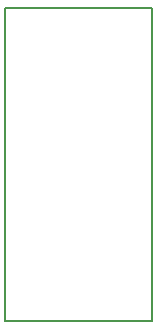
<source format=gko>
G04 #@! TF.GenerationSoftware,KiCad,Pcbnew,5.0.0-fee4fd1~66~ubuntu16.04.1*
G04 #@! TF.CreationDate,2018-09-13T19:17:13+02:00*
G04 #@! TF.ProjectId,mav_ovp,6D61765F6F76702E6B696361645F7063,rev?*
G04 #@! TF.SameCoordinates,Original*
G04 #@! TF.FileFunction,Profile,NP*
%FSLAX46Y46*%
G04 Gerber Fmt 4.6, Leading zero omitted, Abs format (unit mm)*
G04 Created by KiCad (PCBNEW 5.0.0-fee4fd1~66~ubuntu16.04.1) date Thu Sep 13 19:17:13 2018*
%MOMM*%
%LPD*%
G01*
G04 APERTURE LIST*
%ADD10C,0.150000*%
G04 APERTURE END LIST*
D10*
X107000000Y-81500000D02*
X94500000Y-81500000D01*
X107000000Y-108000000D02*
X107000000Y-81500000D01*
X94500000Y-108000000D02*
X107000000Y-108000000D01*
X94500000Y-81500000D02*
X94500000Y-108000000D01*
M02*

</source>
